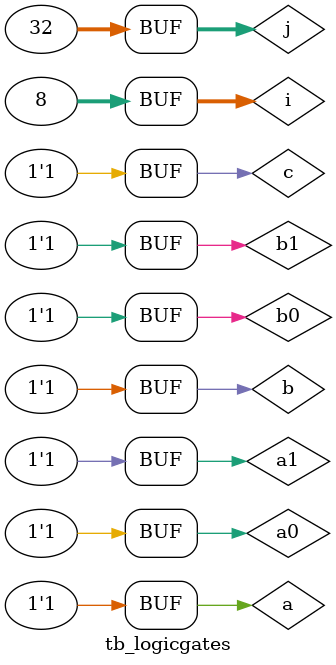
<source format=v>
module half_adder(a,b, h, l);
  input wire a,b;
  output wire h, l;
  
  and_gate u0(.a(a), .b(b), .and_s(h));
  xor_gate u1(.a(a), .b(b), .xor_s(l));
endmodule 

//------------- Full adder
module full_adder(a,b, c,h,l);
  input wire a, b, c;
  output h, l;
  
  wire temp_h0, temp_h1, temp_l;
  
  half_adder u0 (.a(a), .b(b), .h(temp_h0), .l(temp_l));
  half_adder u1 (.a(temp_l), .b(c), .h(temp_h1), .l(l));
  xor_gate u2(.a(temp_h0), .b(temp_h1), .xor_s(h));
endmodule
//------------- 
module multibit_adder(a1, a0, b1, b0, c, c_out, s1, s0);
  input wire a1,a0, b1, b0, c;
  output wire c_out, s1, s0;
  
  wire temp_h;
  
  full_adder u0 (.a(a0), .b(b0), .c(c), .h(temp_h),.l(s0));
  full_adder u1 (.a(a1), .b(b1), .c(temp_h), .h(c_out), .l(s1));
  
endmodule

//--------------------------------
module add_16(a,b,c, s, c_out);
  input wire [15:0] a,b;
  input wire c;
  output [15:0] s;
  output c_out;
  assign {c_out, s} = a + b+ c;
endmodule

//--------------------------------
module subt_16(a,b, out);
  input wire [15:0] a,b;
  output [15:0] out;
  
  assign out = a-b;
  
endmodule 
//--------------------------------
module eq(b3,b2,b1,b0,eq_f);
  input wire b3,b2, b1,b0;
  output eq_f;
  
  wire tempi3,tempi2,tempi1, tempi0, tempa1, tempa2;
  inv_gate u0 (.a(b0), .inv_s(tempi0));
  inv_gate u1 (.a(b1), .inv_s(tempi1));
  inv_gate u2 (.a(b2), .inv_s(tempi2));
  inv_gate u3 (.a(b3), .inv_s(tempi3));
  and_gate u4 (.a(tempi0), .b(tempi1), .and_s(tempa1));
  and_gate u5 (.a(tempi2), .b(tempi3), .and_s(tempa0));
  and_gate u6 (.a(tempa0), .b(tempa1), .and_s(eq_f));
  
endmodule 
//--------------------------------
module lt(a,lt_f);
  input wire [15:0] a;
  output lt_f;
  
  assign lt_f = a[15] ? 1'b1 : 1'b0;
  
endmodule
//--------------------------------
module selector(s, d1, d0, out);
  input s, d1, d0;
  output out;
  wire tempi, tempa0, tempa1;
 
  inv_gate u0 (.a(s), .inv_s(tempi));
  and_gate u1 (.a(tempi), .b(d0), .and_s(tempa0));
  and_gate u2 (.a(s), .b(d1), .and_s(tempa1));
  or_gate u3 (.a(tempa1), .b(tempa0), .or_s(out));
  
endmodule 
//----------------------------------
module switch(s,d, c1, c0);
  input wire s,d;
  output c1, c0;
  wire temp;
  
  inv_gate u0(.a(s), .inv_s(temp));
  and_gate u1(.a(temp), .b(d), .and_s(c0));
  and_gate u2(.a(s), .b(d), .and_s(c1));
  
endmodule

// Testbench--------------------------------------------------------
module tb_logicgates;
  reg a,b,c;
  reg a0, a1, b0, b1;
  wire ha_h, ha_l, fa_h, fa_l, ma_h, ma_l, ma_c;
  integer i, j;

  half_adder u0(.a(a), .b(b), .h(ha_h), .l(ha_l));
  full_adder u1(.a(a), .b(b), .c(c), .h(fa_h), .l(fa_l));
  multibit_adder u2(.a1(a1), .a0(a0), .b1(b1), .b0(b0), .c(c), .c_out(ma_c), .s1(ma_h), .s0(ma_l));  

  initial 
    begin
      {a,b,c} = 0;
      {a0, a1, b1, b0,c} =0;
      $monitor("T=%t a=%0b b=%0b c=%0b || half adder h=%b l=%b || full adder h=%b l=%b || multi-bit adder a1a0=%b%b b1b0=%b%b c=%b c_out=%b s1s0=%b%b", $time, a, b, c, ha_h, ha_l, fa_h, fa_l, a1, a0, b1, b0, c, ma_c, ma_h, ma_l );
      
      for (i = 0; i < 8; i = i+1)
          begin
            #1  {a,b,c} = i;
          end 
     
      for (j = 0; j < 32; j = j+1)
          begin
            #1  {a1,a0, b1,b0,c} = j;
          end 
    end 
  
endmodule

//------------------------------------------

</source>
